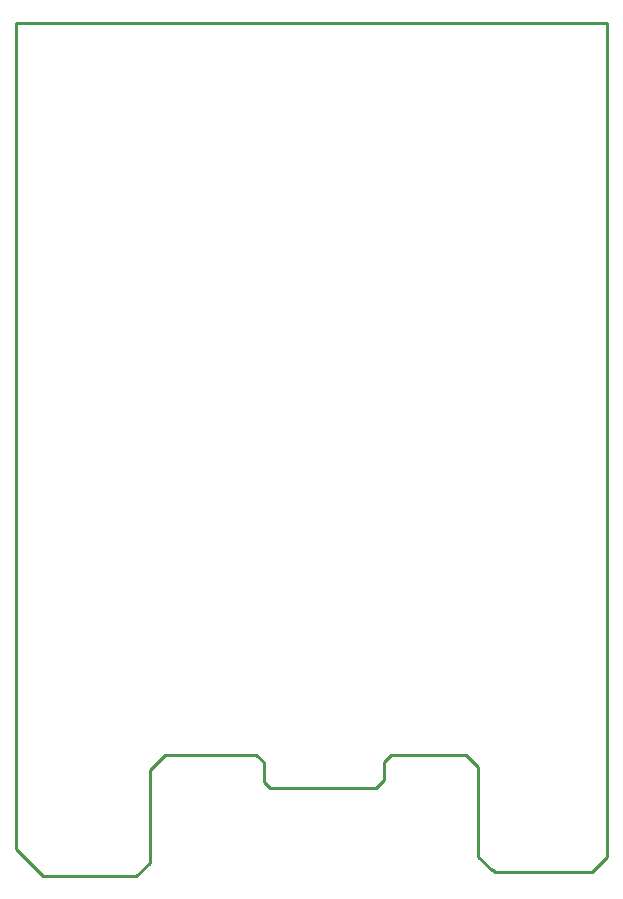
<source format=gko>
G04 Layer: BoardOutlineLayer*
G04 EasyEDA v6.4.31, 2022-04-07 10:18:28*
G04 166d8731ec0749d1b06731797b2d177b,10*
G04 Gerber Generator version 0.2*
G04 Scale: 100 percent, Rotated: No, Reflected: No *
G04 Dimensions in inches *
G04 leading zeros omitted , absolute positions ,3 integer and 6 decimal *
%FSLAX36Y36*%
%MOIN*%

%ADD10C,0.0100*%
D10*
X495000Y-2440000D02*
G01*
X800000Y-2440000D01*
X825000Y-2465000D01*
X825000Y-2530000D01*
X845000Y-2550000D01*
X1200000Y-2550000D01*
X1225000Y-2525000D01*
X1225000Y-2465000D01*
X1250000Y-2440000D01*
X1500000Y-2440000D01*
X0Y-2755906D02*
G01*
X89094Y-2845000D01*
X400000Y-2845000D01*
X445000Y-2800000D01*
X445000Y-2550000D01*
X445000Y-2490000D01*
X495000Y-2440000D01*
X1500000Y-2440000D02*
G01*
X1540000Y-2480000D01*
X1540000Y-2545000D01*
X1540000Y-2780000D01*
X1585000Y-2825000D01*
X1590000Y-2825000D01*
X1595000Y-2830000D01*
X1920000Y-2830000D01*
X1920000Y-2830000D02*
G01*
X1968505Y-2781493D01*
X1968505Y-2755906D01*
X0Y0D02*
G01*
X1968505Y0D01*
X1968505Y-2755906D01*
X0Y-2755906D02*
G01*
X0Y0D01*

%LPD*%
M02*

</source>
